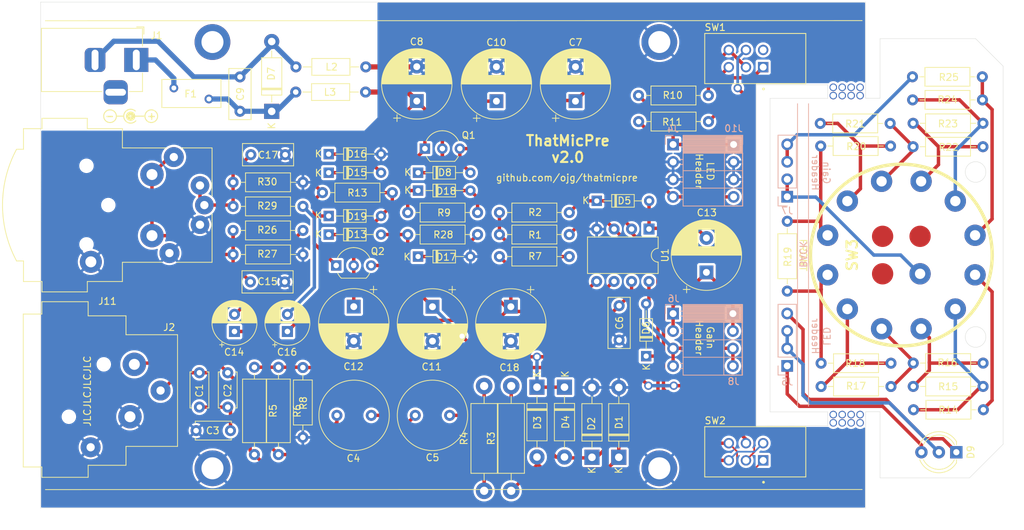
<source format=kicad_pcb>
(kicad_pcb (version 20240108) (generator "pcbnew") (generator_version "8.0")
  (title_block (title "THAT MicPre") (date "2023-03-15") (rev "v2.0") (company "OJG"))
  (layers (0 "F.Cu" signal) (31 "B.Cu" signal) (34 "B.Paste" user) (35 "F.Paste" user) (36 "B.SilkS" user "B.Silkscreen") (37 "F.SilkS" user "F.Silkscreen") (38 "B.Mask" user) (39 "F.Mask" user) (44 "Edge.Cuts" user))
  (net 0 "")
  (net 1 "Net-(C1-Pad1)")
  (net 2 "Net-(C1-Pad2)")
  (net 3 "GND")
  (net 4 "Net-(C4-Pad2)")
  (net 5 "Net-(C5-Pad2)")
  (net 6 "/V48P")
  (net 7 "/VIN")
  (net 8 "Net-(D7-K)")
  (net 9 "Net-(D7-A)")
  (net 10 "Net-(D18-A)")
  (net 11 "Net-(C14-Pad2)")
  (net 12 "Net-(C16-Pad2)")
  (net 13 "Net-(D13-K)")
  (net 14 "Net-(D5-A)")
  (net 15 "Net-(J6-Pin_1)")
  (net 17 "Net-(R1-Pad2)")
  (net 18 "Net-(D1-K)")
  (net 19 "Net-(R14-Pad1)")
  (net 20 "Net-(R14-Pad2)")
  (net 21 "Net-(R15-Pad1)")
  (net 22 "Net-(R16-Pad1)")
  (net 23 "Net-(R17-Pad1)")
  (net 24 "Net-(R18-Pad1)")
  (net 25 "Net-(R19-Pad1)")
  (net 26 "Net-(R20-Pad1)")
  (net 27 "Net-(R21-Pad1)")
  (net 28 "Net-(R22-Pad1)")
  (net 29 "Net-(R23-Pad1)")
  (net 30 "Net-(R24-Pad1)")
  (net 31 "Net-(D2-K)")
  (net 32 "Net-(D5-K)")
  (net 33 "Net-(D6-K)")
  (net 34 "Net-(C17-Pad1)")
  (net 35 "Net-(C14-Pad1)")
  (net 36 "Net-(C2-Pad1)")
  (net 37 "Net-(D6-A)")
  (net 38 "Net-(C15-Pad1)")
  (net 39 "/V18P")
  (net 40 "Net-(D9-A1)")
  (net 41 "Net-(D9-K)")
  (net 42 "Net-(D9-A2)")
  (net 43 "Net-(D15-A)")
  (net 44 "/V35P")
  (net 45 "Net-(J10-Pin_1)")
  (net 46 "Net-(F1-Pad1)")
  (net 47 "Net-(J10-Pin_4)")
  (net 48 "Net-(J7-Pin_1)")
  (net 49 "Net-(J7-Pin_3)")
  (net 50 "Net-(SW1B-B)")
  (net 51 "Net-(SW1A-C)")
  (net 52 "Net-(SW1A-A)")
  (footprint "Resistor_THT:R_Axial_DIN0207_L6.3mm_D2.5mm_P10.16mm_Horizontal" (layer "F.Cu") (at 217.5 67.81128 180)
    (property "Reference" "R24")
    (property "Value" "3R9")
  )
  (footprint "Capacitor_THT:CP_Radial_D10.0mm_P5.00mm" (layer "F.Cu") (at 146.8 68 90)
    (property "Reference" "C10")
    (property "Value" "220u-63V")
  )
  (footprint "Capacitor_THT:C_Rect_L7.2mm_W3.0mm_P5.00mm_FKS2_FKP2_MKS2_MKP2" (layer "F.Cu") (at 164.65 97.75 -90)
    (property "Reference" "C6")
    (property "Value" "100n")
  )
  (footprint "Package_TO_SOT_THT:TO-92_Inline_Wide" (layer "F.Cu") (at 123.5 91.9)
    (property "Reference" "Q2")
    (property "Value" "BC546CTA")
  )
  (footprint "Resistor_THT:R_Axial_DIN0207_L6.3mm_D2.5mm_P10.16mm_Horizontal" (layer "F.Cu") (at 157.4 87.4 180)
    (property "Reference" "R1")
    (property "Value" "1k2-0.1%")
  )
  (footprint "Diode_THT:D_DO-41_SOD81_P10.16mm_Horizontal" (layer "F.Cu") (at 156.7 109.6 -90)
    (property "Reference" "D4")
    (property "Value" "1N4004")
  )
  (footprint "Symbol:Symbol_Barrel_Polarity" (layer "F.Cu") (at 93.6 70.109022)
    (property "Reference" "LOGO4" (hide yes))
    (property "Value" "SYM_Arrow_Normal")
  )
  (footprint "Resistor_THT:R_Axial_DIN0207_L6.3mm_D2.5mm_P10.16mm_Horizontal" (layer "F.Cu") (at 204.13 74.527632 180)
    (property "Reference" "R20")
    (property "Value" "39R")
  )
  (footprint "Inductor_THT:L_Axial_L5.3mm_D2.2mm_P10.16mm_Horizontal_Vishay_IM-1" (layer "F.Cu") (at 127.8 63.014 180)
    (property "Reference" "L2")
    (property "Value" "10u")
  )
  (footprint "Package_DIP:DIP-8_W7.62mm" (layer "F.Cu") (at 169 86.6 -90)
    (property "Reference" "U1")
    (property "Value" "1512P08-U")
  )
  (footprint "Resistor_THT:R_Axial_DIN0207_L6.3mm_D2.5mm_P10.16mm_Horizontal" (layer "F.Cu") (at 207.43 106.098544)
    (property "Reference" "R16")
    (property "Value" "453R")
  )
  (footprint "Resistor_THT:R_Axial_DIN0309_L9.0mm_D3.2mm_P12.70mm_Horizontal" (layer "F.Cu") (at 111.6 106.7 -90)
    (property "Reference" "R5")
    (property "Value" "6k8-0.1%-0.5W")
  )
  (footprint "Capacitor_THT:CP_Radial_D10.0mm_P5.00mm" (layer "F.Cu") (at 137.5 97.9 -90)
    (property "Reference" "C11")
    (property "Value" "220u-63V")
  )
  (footprint "MountingHole:MountingHole_3.2mm_M3_Pad" (layer "F.Cu") (at 105.5 121.4)
    (property "Reference" "H1" (hide yes))
    (property "Value" "M3")
  )
  (footprint "Capacitor_THT:CP_Radial_D6.3mm_P2.50mm" (layer "F.Cu") (at 116.4 101.5 90)
    (property "Reference" "C16")
    (property "Value" "22u-50V")
  )
  (footprint "Resistor_THT:R_Axial_DIN0207_L6.3mm_D2.5mm_P10.16mm_Horizontal" (layer "F.Cu") (at 204.07 71.233096 180)
    (property "Reference" "R21")
    (property "Value" "22R")
  )
  (footprint "Resistor_THT:R_Axial_DIN0411_L9.9mm_D3.6mm_P15.24mm_Horizontal" (layer "F.Cu") (at 145.016 124.674 90)
    (property "Reference" "R4")
    (property "Value" "10R-1W")
  )
  (footprint "Capacitor_THT:C_Disc_D5.0mm_W2.5mm_P5.00mm" (layer "F.Cu") (at 103.6 107.5 -90)
    (property "Reference" "C1")
    (property "Value" "470p")
  )
  (footprint "Symbol:Symbol_CreativeCommons_CopperTop_Type2_Small" (layer "F.Cu") (at 138.35486 121.53094)
    (property "Reference" "LOGO3" (hide yes))
    (property "Value" "Logo_Open_Hardware_Small")
  )
  (footprint "Diode_THT:D_DO-41_SOD81_P10.16mm_Horizontal" (layer "F.Cu") (at 152.7 109.6 -90)
    (property "Reference" "D3")
    (property "Value" "1N4004")
  )
  (footprint "Fuse:Fuse_BelFuse_0ZRE0005FF_L8.3mm_W3.8mm" (layer "F.Cu") (at 99.884 66.084)
    (property "Reference" "F1")
    (property "Value" "0ZRC0015FF1E")
  )
  (footprint "Capacitor_THT:C_Rect_L7.2mm_W3.0mm_P5.00mm_FKS2_FKP2_MKS2_MKP2" (layer "F.Cu") (at 111.016 94.284)
    (property "Reference" "C15")
    (property "Value" "10n")
  )
  (footprint "Symbol:Symbol_CC-Attribution_CopperTop_Small" (layer "F.Cu") (at 124.79486 121.43094)
    (property "Reference" "LOGO2" (hide yes))
    (property "Value" "Logo_Open_Hardware_Small")
  )
  (footprint "Capacitor_THT:C_Rect_L7.2mm_W3.0mm_P5.00mm_FKS2_FKP2_MKS2_MKP2" (layer "F.Cu") (at 109.5 69.468 90)
    (property "Reference" "C9")
    (property "Value" "100n")
  )
  (footprint "Resistor_THT:R_Axial_DIN0411_L9.9mm_D3.6mm_P15.24mm_Horizontal" (layer "F.Cu") (at 148.953 124.674 90)
    (property "Reference" "R3")
    (property "Value" "10R-1W")
  )
  (footprint "my_kicad_footprints:SW_PBH2UEESNPNAGX" (layer "F.Cu") (at 185.6 63.05)
    (property "Reference" "SW1")
    (property "Value" "DPDT")
  )
  (footprint "Capacitor_THT:CP_Radial_D6.3mm_P2.50mm" (layer "F.Cu") (at 108.7 101.5 90)
    (property "Reference" "C14")
    (property "Value" "22u-50V")
  )
  (footprint "Diode_THT:D_DO-34_SOD68_P7.62mm_Horizontal" (layer "F.Cu") (at 135.4 81)
    (property "Reference" "D18")
    (property "Value" "1N4148")
  )
  (footprint "Capacitor_THT:C_Radial_D10.0mm_H16.0mm_P5.00mm" (layer "F.Cu") (at 123.6 113.7)
    (property "Reference" "C4")
    (property "Value" "47u-63V-BP")
  )
  (footprint "Diode_THT:D_DO-34_SOD68_P7.62mm_Horizontal" (layer "F.Cu") (at 122.4 75.7)
    (property "Reference" "D16")
    (property "Value" "16V")
  )
  (footprint "Connector_Audio:Jack_XLR_Neutrik_NC3FBH2_Horizontal" (layer "F.Cu") (at 93.5 113.9 180)
    (property "Reference" "J2")
    (property "Value" "NC3FBH2")
  )
  (footprint "Inductor_THT:L_Axial_L5.3mm_D2.2mm_P10.16mm_Horizontal_Vishay_IM-1" (layer "F.Cu") (at 127.77 66.674 180)
    (property "Reference" "L3")
    (property "Value" "10u")
  )
  (footprint "Resistor_THT:R_Axial_DIN0207_L6.3mm_D2.5mm_P10.16mm_Horizontal" (layer "F.Cu") (at 118.646 106.744 -90)
    (property "Reference" "R8")
    (property "Value" "47k")
  )
  (footprint "Diode_THT:D_DO-41_SOD81_P10.16mm_Horizontal" (layer "F.Cu") (at 164.6 119.8 90)
    (property "Reference" "D1")
    (property "Value" "1N4004")
  )
  (footprint "Diode_THT:D_DO-34_SOD68_P7.62mm_Horizontal" (layer "F.Cu") (at 168.584 105.084 90)
    (property "Reference" "D6")
    (property "Value" "1N4148")
  )
  (footprint "Diode_THT:D_DO-41_SOD81_P10.16mm_Horizontal" (layer "F.Cu") (at 114.116 69.484 90)
    (property "Reference" "D7")
    (property "Value" "1N4004")
  )
  (footprint "Resistor_THT:R_Axial_DIN0207_L6.3mm_D2.5mm_P10.16mm_Horizontal" (layer "F.Cu") (at 207.43 109.491272)
    (property "Reference" "R15")
    (property "Value" "909R")
  )
  (footprint "Diode_THT:D_DO-34_SOD68_P7.62mm_Horizontal" (layer "F.Cu") (at 135.4 90.6)
    (property "Reference" "D17")
    (property "Value" "16V")
  )
  (footprint "Resistor_THT:R_Axial_DIN0207_L6.3mm_D2.5mm_P10.16mm_Horizontal" (layer "F.Cu") (at 133.9 84.2)
    (property "Reference" "R9")
    (property "Value" "10k")
  )
  (footprint "Capacitor_THT:C_Radial_D10.0mm_H16.0mm_P5.00mm" (layer "F.Cu") (at 135 113.7)
    (property "Reference" "C5")
    (property "Value" "47u-63V-BP")
  )
  (footprint "Resistor_THT:R_Axial_DIN0207_L6.3mm_D2.5mm_P10.16mm_Horizontal" (layer "F.Cu") (at 177.632 67.17 180)
    (property "Reference" "R10")
    (property "Value" "22k")
  )
  (footprint "Package_TO_SOT_THT:TO-92_Inline_Wide" (layer "F.Cu") (at 136.4 74.9)
    (property "Reference" "Q1")
    (property "Value" "BC546CTA")
  )
  (footprint "Connector_Audio:Jack_XLR-6.35mm_Neutrik_NCJ6FA-H_Horizontal" (layer "F.Cu") (at 99.24 90.1 180)
    (property "Reference" "J11")
    (property "Value" "NCJ6FA-H")
  )
  (footprint "Resistor_THT:R_Axial_DIN0309_L9.0mm_D3.2mm_P12.70mm_Horizontal" (layer "F.Cu") (at 115.1 106.7 -90)
    (property "Reference" "R6")
    (property "Value" "6k8-0.1%-0.5W")
  )
  (footprint "Resistor_THT:R_Axial_DIN0207_L6.3mm_D2.5mm_P10.16mm_Horizontal" (layer "F.Cu") (at 194.03 109.505816)
    (property "Reference" "R17")
    (property "Value" "237R")
  )
  (footprint "Capacitor_THT:CP_Radial_D10.0mm_P5.00mm" (layer "F.Cu") (at 158.3 68 90)
    (property "Reference" "C7")
    (property "Value" "220u-63V")
  )
  (footprint "Resistor_THT:R_Axial_DIN0207_L6.3mm_D2.5mm_P10.16mm_Horizontal" (layer "F.Cu") (at 108.5 79.8)
    (property "Reference" "R30")
    (property "Value" "47k")
  )
  (footprint "Resistor_THT:R_Axial_DIN0207_L6.3mm_D2.5mm_P10.16mm_Horizontal" (layer "F.Cu") (at 121.5 81.3)
    (property "Reference" "R13")
    (property "Value" "10k")
  )
  (footprint "Resistor_THT:R_Axial_DIN0207_L6.3mm_D2.5mm_P10.16mm_Horizontal" (layer "F.Cu") (at 177.65 70.968 180)
    (property "Reference" "R11")
    (property "Value" "22k")
  )
  (footprint "Resistor_THT:R_Axial_DIN0207_L6.3mm_D2.5mm_P10.16mm_Horizontal" (layer "F.Cu") (at 189.10964 85.468 -90)
    (property "Reference" "R19")
    (property "Value" "71R")
  )
  (footprint "Diode_THT:D_DO-34_SOD68_P7.62mm_Horizontal" (layer "F.Cu") (at 122.4 84.7)
    (property "Reference" "D19")
    (property "Value" "1N4148")
  )
  (footprint "Resistor_THT:R_Axial_DIN0207_L6.3mm_D2.5mm_P10.16mm_Horizontal" (layer "F.Cu") (at 194.03 106.113088)
    (property "Reference" "R18")
    (property "Value" "127R")
  )
  (footprint "MountingHole:MountingHole_3.2mm_M3_Pad" (layer "F.Cu") (at 170.5 59.4)
    (property "Reference" "H1" (hide yes))
    (property "Value" "M3")
  )
  (footprint "Resistor_THT:R_Axial_DIN0207_L6.3mm_D2.5mm_P10.16mm_Horizontal" (layer "F.Cu") (at 133.9 87.4)
    (property "Reference" "R28")
    (property "Value" "4k7")
  )
  (footprint "Capacitor_THT:CP_Radial_D10.0mm_P5.00mm" (layer "F.Cu") (at 135.216 67.984 90)
    (property "Reference" "C8")
    (property "Value" "220u-63V")
  )
  (footprint "my_kicad_footprints:SW_PBH2UEESNPNAGX" (layer "F.Cu") (at 185.6 120.25)
    (property "Reference" "SW2")
    (property "Value" "DPDT")
  )
  (footprint "my_kicad_footprints:LORINCK1049" (layer "F.Cu") (at 205.7 90.384 90)
    (property "Reference" "SW3")
    (property "Value" "SR2612F-0112-38F5B-D8-S" (hide yes))
  )
  (footprint "Symbol:OSHW-Symbol_6.7x6mm_Copper" (layer "F.Cu") (at 131.640609 121.444845)
    (property "Reference" "LOGO1" (hide yes))
    (property "Value" "Logo_Open_Hardware_Small" (hide yes))
  )
  (footprint "Diode_THT:D_DO-34_SOD68_P7.62mm_Horizontal" (layer "F.Cu") (at 122.4 78.4)
    (property "Reference" "D15")
    (property "Value" "16V")
  )
  (footprint "Resistor_THT:R_Axial_DIN0207_L6.3mm_D2.5mm_P10.16mm_Horizontal" (layer "F.Cu") (at 207.47 112.884)
    (property "Reference" "R14")
    (property "Value" "8K06")
  )
  (footprint "Capacitor_THT:C_Disc_D5.0mm_W2.5mm_P5.00mm" (layer "F.Cu") (at 107.72 107.5 -90)
    (property "Reference" "C2")
    (property "Value" "470p")
  )
  (footprint "Capacitor_THT:C_Rect_L7.2mm_W3.0mm_P5.00mm_FKS2_FKP2_MKS2_MKP2" (layer "F.Cu") (at 111.084 75.784)
    (property "Reference" "C17")
    (property "Value" "10n")
  )
  (footprint "Resistor_THT:R_Axial_DIN0207_L6.3mm_D2.5mm_P10.16mm_Horizontal" (layer "F.Cu") (at 157.4 84.2 180)
    (property "Reference" "R2")
    (property "Value" "1k2-0.1%")
  )
  (footprint "Capacitor_THT:CP_Radial_D10.0mm_P5.00mm" (layer "F.Cu") (at 177.345354 92.9 90)
    (property "Reference" "C13")
    (property "Value" "3300u-6V3")
  )
  (footprint "Resistor_THT:R_Axial_DIN0207_L6.3mm_D2.5mm_P10.16mm_Horizontal" (layer "F.Cu") (at 157.4 90.6 180)
    (property "Reference" "R7")
    (property "Value" "22k")
  )
  (footprint "Resistor_THT:R_Axial_DIN0207_L6.3mm_D2.5mm_P10.16mm_Horizontal" (layer "F.Cu") (at 217.48 64.454 180)
    (property "Reference" "R25")
    (property "Value" "4R99")
  )
  (footprint "Diode_THT:D_DO-34_SOD68_P7.62mm_Horizontal" (layer "F.Cu") (at 135.4 78.4)
    (property "Reference" "D8")
    (property "Value" "1N4148")
  )
  (footprint "Resistor_THT:R_Axial_DIN0207_L6.3mm_D2.5mm_P10.16mm_Horizontal" (layer "F.Cu") (at 108.5 90.3)
    (property "Reference" "R27")
    (property "Value" "47k")
  )
  (footprint "Connector_BarrelJack:BarrelJack_Horizontal" (layer "F.Cu") (at 94.42 62.005)
    (property "Reference" "J1")
    (property "Value" "CON-SOCJ-2155")
  )
  (footprint "Diode_THT:D_DO-41_SOD81_P10.16mm_Horizontal" (layer "F.Cu") (at 160.7 119.8 90)
    (property "Reference" "D2")
    (property "Value" "1N4004")
  )
  (footprint "Resistor_THT:R_Axial_DIN0207_L6.3mm_D2.5mm_P10.16mm_Horizontal" (layer "F.Cu") (at 108.5 86.8)
    (property "Reference" "R26")
    (property "Value" "100R")
  )
  (footprint "Resistor_THT:R_Axial_DIN0207_L6.3mm_D2.5mm_P10.16mm_Horizontal" (layer "F.Cu") (at 108.5 83.3)
    (property "Reference" "R29")
    (property "Value" "100R")
  )
  (footprint "Resistor_THT:R_Axial_DIN0207_L6.3mm_D2.5mm_P10.16mm_Horizontal" (layer "F.Cu") (at 217.57 74.625824 180)
    (property "Reference" "R22")
    (property "Value" "12R4")
  )
  (footprint "Resistor_THT:R_Axial_DIN0207_L6.3mm_D2.5mm_P10.16mm_Horizontal" (layer "F.Cu") (at 217.57 71.218552 180)
    (property "Reference" "R23")
    (property "Value" "6R81")
  )
  (footprint "MountingHole:MountingHole_3.2mm_M3_Pad" (layer "F.Cu") (at 170.5 121.4)
    (property "Reference" "H1" (hide yes))
    (property "Value" "M3")
  )
  (footprint "Diode_THT:D_DO-34_SOD68_P7.62mm_Horizontal" (layer "F.Cu") (at 161.4 82.5)
    (property "Reference" "D5")
    (property "Value" "1N4148")
  )
  (footprint "LED_THT:LED_D5.0mm-3" (layer "F.Cu") (at 213.7 119.06 180)
    (property "Reference" "D9")
    (property "Value" "LED_Dual_AKA")
  )
  (footprint "Diode_THT:D_DO-34_SOD68_P7.62mm_Horizontal" (layer "F.Cu") (at 122.4 87.4)
    (property "Reference" "D13")
    (property "Value" "1N4148")
  )
  (footprint "MountingHole:MountingHole_3.2mm_M3_Pad" (layer "F.Cu") (at 105.5 59.4)
    (property "Reference" "H1" (hide yes))
    (property "Value" "M3")
  )
  (footprint "Capacitor_THT:CP_Radial_D10.0mm_P5.00mm" (layer "F.Cu") (at 126.05 97.884646 -90)
    (property "Reference" "C12")
    (property "Value" "220u-63V")
  )
  (footprint "Capacitor_THT:C_Disc_D5.0mm_W2.5mm_P5.00mm" (layer "F.Cu") (at 108.12 115.92 180)
    (property "Reference" "C3")
    (property "Value" "47p")
  )
  (footprint "Capacitor_THT:CP_Radial_D10.0mm_P5.00mm" (layer "F.Cu") (at 148.9 97.9 -90)
    (property "Reference" "C18")
    (property "Value" "220u-63V")
  )
  (footprint "Connector_PinSocket_2.54mm:PinSocket_1x04_P2.54mm_Horizontal" (layer "B.Cu") (at 172.5 98.9 180)
    (property "Reference" "J6")
    (property "Value" "Female header")
  )
  (footprint "Connector_PinHeader_2.54mm:PinHeader_1x04_P2.54mm_Vertical" (layer "B.Cu") (at 181.2 98.9 180)
    (property "Reference" "J8")
    (property "Value" "Angled pinheader")
  )
  (footprint "Connector_PinHeader_2.54mm:PinHeader_1x04_P2.54mm_Vertical" (layer "B.Cu") (at 189.1 106.5)
    (property "Reference" "J5")
    (property "Value" "Male pinheader")
  )
  (footprint "Connector_PinHeader_2.54mm:PinHeader_1x04_P2.54mm_Vertical" (layer "B.Cu") (at 181.3 74.3 180)
    (property "Reference" "J10")
    (property "Value" "Angled pinheader")
  )
  (footprint "Connector_PinSocket_2.54mm:PinSocket_1x04_P2.54mm_Horizontal" (layer "B.Cu") (at 172.5 74.3 180)
    (property "Reference" "J4")
    (property "Value" "Female header")
  )
  (footprint "Connector_PinHeader_2.54mm:PinHeader_1x04_P2.54mm_Vertical" (layer "B.Cu") (at 189.1 81.9)
    (property "Reference" "J7")
    (property "Value" "Male pinheader")
  )
  (gr_line (start 190.6 68.368) (end 190.6 89.768) (stroke (width 0.12)) (layer "B.SilkS"))
  (gr_line (start 190.6 89.768) (end 190.6 112.368) (stroke (width 0.12)) (layer "B.SilkS"))
  (gr_line (start 192.2 112.368) (end 192.2 68.368) (stroke (width 0.12)) (layer "B.SilkS"))
  (gr_line (start 81.2 56.3) (end 200 56.284) (stroke (width 0.12)) (layer "F.SilkS"))
  (gr_line (start 81.2 124.5) (end 200 124.484) (stroke (width 0.12)) (layer "F.SilkS"))
  (gr_line (start 80.5 53.584) (end 80.5 127.184) (stroke (width 0.05)) (layer "Edge.Cuts"))
  (gr_line (start 200.5 127.184) (end 80.5 127.184) (stroke (width 0.05)) (layer "Edge.Cuts"))
  (gr_line (start 200.5 53.584) (end 80.5 53.584) (stroke (width 0.05)) (layer "Edge.Cuts"))
  (gr_line (start 202.6 122.8) (end 215.6 122.8) (stroke (width 0.05)) (layer "Edge.Cuts"))
  (gr_line (start 216.5 58.9) (end 202.6 58.9) (stroke (width 0.05)) (layer "Edge.Cuts"))
  (gr_line (start 186.6 113.2) (end 186.6 67.6) (stroke (width 0.05)) (layer "Edge.Cuts"))
  (gr_line (start 195 67.6) (end 195 65.6) (stroke (width 0.05)) (layer "Edge.Cuts"))
  (gr_line (start 200.5 67.584) (end 200.5 53.584) (stroke (width 0.05)) (layer "Edge.Cuts"))
  (gr_line (start 195 67.6) (end 186.6 67.6) (stroke (width 0.05)) (layer "Edge.Cuts"))
  (gr_line (start 216.5 58.9) (end 220.5 62.9) (stroke (width 0.05)) (layer "Edge.Cuts"))
  (gr_line (start 200.5 67.584) (end 202.6 67.584) (stroke (width 0.05)) (layer "Edge.Cuts"))
  (gr_line (start 200.5 127.184) (end 200.5 113.184) (stroke (width 0.05)) (layer "Edge.Cuts"))
  (gr_line (start 184.6 115.184) (end 195 115.2) (stroke (width 0.05)) (layer "Edge.Cuts"))
  (gr_line (start 184.6 65.6) (end 195 65.6) (stroke (width 0.05)) (layer "Edge.Cuts"))
  (gr_line (start 195 115.2) (end 195 113.2) (stroke (width 0.05)) (layer "Edge.Cuts"))
  (gr_line (start 202.6 67.584) (end 202.6 58.9) (stroke (width 0.05)) (layer "Edge.Cuts"))
  (gr_circle (center 216.5 102.3) (end 216.5 100.8) (stroke (width 0.05)) (fill none) (layer "Edge.Cuts"))
  (gr_line (start 220.5 117.9) (end 220.5 62.9) (stroke (width 0.05)) (layer "Edge.Cuts"))
  (gr_line (start 184.6 65.6) (end 184.6 115.184) (stroke (width 0.05)) (layer "Edge.Cuts"))
  (gr_line (start 220.5 117.9) (end 215.6 122.8) (stroke (width 0.05)) (layer "Edge.Cuts"))
  (gr_circle (center 216.5 78.3) (end 216.5 79.8) (stroke (width 0.05)) (fill none) (layer "Edge.Cuts"))
  (gr_line (start 202.6 113.184) (end 202.6 122.8) (stroke (width 0.05)) (layer "Edge.Cuts"))
  (gr_line (start 202.6 113.184) (end 200.5 113.184) (stroke (width 0.05)) (layer "Edge.Cuts"))
  (gr_line (start 195 113.2) (end 186.6 113.2) (stroke (width 0.05)) (layer "Edge.Cuts"))
  (gr_text "LED\nHeader" (at 194 102.2 270) (layer "B.SilkS") (effects (font (size 1 1)) (justify mirror)))
  (gr_text "BACK" (at 191.4 90.284 270) (layer "B.SilkS") (effects (font (size 1 1)) (justify mirror)))
  (gr_text "Gain\nHeader" (at 194 78.4 270) (layer "B.SilkS") (effects (font (size 1 1)) (justify mirror)))
  (gr_text "FRONT" (at 191.4 90.384 270) (layer "F.SilkS") (effects (font (size 1 1))))
  (gr_text "JLCJLCJLCJLC" (at 87.3 110.184 -270) (layer "F.SilkS") (effects (font (size 1 1))))
  (gr_text "github.com/ojg/thatmicpre" (at 157.064 79.141 0) (layer "F.SilkS") (effects (font (size 1 1))))
  (gr_text "-" (at 90.552 70.155 0) (layer "F.SilkS") (effects (font (size 1 1) (thickness 0.2))))
  (gr_text "ThatMicPre\nv2.0" (at 157.191 74.958 0) (layer "F.SilkS") (effects (font (size 1.5 1.5) (thickness 0.3))))
  (gr_text "Gain\nHeader" (at 177.1 102.4 270) (layer "F.SilkS") (effects (font (size 1 1))))
  (gr_text "+" (at 96.648 70.155 0) (layer "F.SilkS") (effects (font (size 1 1) (thickness 0.2))))
  (gr_text "LED\nHeader" (at 177.1 78.2 270) (layer "F.SilkS") (effects (font (size 1 1))))
  (via (at 195.8 114.784) (size 1.1) (drill 0.8) (layers "F.Cu" "B.Cu") (net 0))
  (via (at 199.7 113.584) (size 1.1) (drill 0.8) (layers "F.Cu" "B.Cu") (net 0))
  (via (at 198.4 113.584) (size 1.1) (drill 0.8) (layers "F.Cu" "B.Cu") (net 0))
  (via (at 199.7 67.184) (size 1.1) (drill 0.8) (layers "F.Cu" "B.Cu") (net 0))
  (via (at 199.7 65.984) (size 1.1) (drill 0.8) (layers "F.Cu" "B.Cu") (net 0))
  (via (at 195.8 67.184) (size 1.1) (drill 0.8) (layers "F.Cu" "B.Cu") (net 0))
  (via (at 197.1 113.584) (size 1.1) (drill 0.8) (layers "F.Cu" "B.Cu") (net 0))
  (via (at 198.4 114.784) (size 1.1) (drill 0.8) (layers "F.Cu" "B.Cu") (net 0))
  (via (at 199.7 114.784) (size 1.1) (drill 0.8) (layers "F.Cu" "B.Cu") (net 0))
  (via (at 195.8 65.984) (size 1.1) (drill 0.8) (layers "F.Cu" "B.Cu") (net 0))
  (via (at 198.4 67.184) (size 1.1) (drill 0.8) (layers "F.Cu" "B.Cu") (net 0))
  (via (at 195.8 113.584) (size 1.1) (drill 0.8) (layers "F.Cu" "B.Cu") (net 0))
  (via (at 197.1 67.184) (size 1.1) (drill 0.8) (layers "F.Cu" "B.Cu") (net 0))
  (via (at 197.1 65.984) (size 1.1) (drill 0.8) (layers "F.Cu" "B.Cu") (net 0))
  (via (at 198.4 65.984) (size 1.1) (drill 0.8) (layers "F.Cu" "B.Cu") (net 0))
  (via (at 197.1 114.784) (size 1.1) (drill 0.8) (layers "F.Cu" "B.Cu") (net 0))
  (segment (start 135 113.7) (end 133.516 115.184) (width 0.5) (layer "F.Cu") (net 1))
  (segment (start 105.616 107.5) (end 103.6 107.5) (width 0.5) (layer "F.Cu") (net 1))
  (segment (start 125.169 115.184) (end 118.990384 121.362616) (width 0.5) (layer "F.Cu") (net 1))
  (segment (start 100.74 107.5) (end 97.95 110.29) (width 0.5) (layer "F.Cu") (net 1))
  (segment (start 118.990384 121.362616) (end 113.562616 121.362616) (width 0.5) (layer "F.Cu") (net 1))
  (segment (start 110.98 118.78) (end 110.98 112.864) (width 0.5) (layer "F.Cu") (net 1))
  (segment (start 110.98 112.864) (end 105.616 107.5) (width 0.5) (layer "F.Cu") (net 1))
  (segment (start 103.6 107.5) (end 100.74 107.5) (width 0.5) (layer "F.Cu") (net 1))
  (segment (start 113.562616 121.362616) (end 110.98 118.78) (width 0.5) (layer "F.Cu") (net 1))
  (segment (start 133.516 115.184) (end 125.169 115.184) (width 0.5) (layer "F.Cu") (net 1))
  (segment (start 108.12 115.92) (end 108.12 112.9) (width 0.5) (layer "F.Cu") (net 2))
  (segment (start 107.72 112.5) (end 103.6 112.5) (width 0.5) (layer "F.Cu") (net 2))
  (segment (start 108.12 112.9) (end 107.72 112.5) (width 0.5) (layer "F.Cu") (net 2))
  (segment (start 135.186 63.014) (end 135.216 62.984) (width 0.75) (layer "F.Cu") (net 3))
  (segment (start 127.8 63.014) (end 135.186 63.014) (width 0.75) (layer "F.Cu") (net 3))
  (segment (start 137.056 62.984) (end 135.216 62.984) (width 0.75) (layer "B.Cu") (net 3))
  (segment (start 137.086 63.014) (end 137.056 62.984) (width 0.75) (layer "B.Cu") (net 3))
  (segment (start 134.348 111.593) (end 135.999 111.593) (width 0.5) (layer "F.Cu") (net 4))
  (segment (start 137.523 113.117) (end 137.523 115.784) (width 0.5) (layer "F.Cu") (net 4))
  (segment (start 135.999 111.593) (end 137.523 113.117) (width 0.5) (layer "F.Cu") (net 4))
  (segment (start 137.523 115.784) (end 138.92 117.181) (width 0.5) (layer "F.Cu") (net 4))
  (segment (start 148.953 111.339) (end 148.953 109.434) (width 0.5) (layer "F.Cu") (net 4))
  (segment (start 128.6 113.7) (end 132.241 113.7) (width 0.5) (layer "F.Cu") (net 4))
  (segment (start 132.241 113.7) (end 134.348 111.593) (width 0.5) (layer "F.Cu") (net 4))
  (segment (start 138.92 117.181) (end 143.111 117.181) (width 0.5) (layer "F.Cu") (net 4))
  (segment (start 148.99 109.54) (end 148.99 109.651) (width 0.5) (layer "F.Cu") (net 4))
  (segment (start 143.111 117.181) (end 148.953 111.339) (width 0.5) (layer "F.Cu") (net 4))
  (segment (start 145.3 109.54) (end 144.91 109.54) (width 0.5) (layer "F.Cu") (net 5))
  (segment (start 145.016 111.131056) (end 142.447056 113.7) (width 0.5) (layer "F.Cu") (net 5))
  (segment (start 145.016 109.434) (end 145.016 111.131056) (width 0.5) (layer "F.Cu") (net 5))
  (segment (start 142.447056 113.7) (end 140 113.7) (width 0.5) (layer "F.Cu") (net 5))
  (segment (start 183.1 63.05) (end 180.6 60.55) (width 0.5) (layer "F.Cu") (net 6))
  (segment (start 158.2 67.9) (end 158.3 68) (width 0.5) (layer "F.Cu") (net 6))
  (segment (start 145.2 74.9) (end 152.2 67.9) (width 0.5) (layer "F.Cu") (net 6))
  (segment (start 176.85 64.3) (end 162 64.3) (width 0.5) (layer "F.Cu") (net 6))
  (segment (start 141.48 76.86) (end 143.02 78.4) (width 0.5) (layer "F.Cu") (net 6))
  (segment (start 141.48 74.9) (end 145.2 74.9) (width 0.5) (layer "F.Cu") (net 6))
  (segment (start 141.48 74.9) (end 141.48 76.86) (width 0.5) (layer "F.Cu") (net 6))
  (segment (start 152.2 67.9) (end 158.2 67.9) (width 0.5) (layer "F.Cu") (net 6))
  (segment (start 162 64.3) (end 158.3 68) (width 0.5) (layer "F.Cu") (net 6))
  (segment (start 180.6 60.55) (end 176.85 64.3) (width 0.5) (layer "F.Cu") (net 6))
  (segment (start 120.3 82.4) (end 121.4 81.3) (width 0.5) (layer "F.Cu") (net 7))
  (segment (start 134 80.984) (end 133.9 80.884) (width 0.5) (layer "F.Cu") (net 7))
  (segment (start 136.4 74.9) (end 136.4 69.168) (width 0.5) (layer "F.Cu") (net 7))
  (segment (start 123.5 91.9) (end 120.3 88.7) (width 0.5) (layer "F.Cu") (net 7))
  (segment (start 133.906 66.674) (end 135.216 67.984) (width 0.75) (layer "F.Cu") (net 7))
  (segment (start 121.4 81.3) (end 121.5 81.3) (width 0.5) (layer "F.Cu") (net 7))
  (segment (start 129.616 73.584) (end 135.216 67.984) (width 0.5) (layer "F.Cu") (net 7))
  (segment (start 134.016 81) (end 134 80.984) (width 0.5) (layer "F.Cu") (net 7))
  (segment (start 133.9 81.084) (end 134 80.984) (width 0.5) (layer "F.Cu") (net 7))
  (segment (start 120.3 84.7) (end 120.3 82.4) (width 0.5) (layer "F.Cu") (net 7))
  (segment (start 135.4 81) (end 134.016 81) (width 0.5) (layer "F.Cu") (net 7))
  (segment (start 122.4 84.7) (end 120.3 84.7) (width 0.5) (layer "F.Cu") (net 7))
  (segment (start 120.3 80.1) (end 120.3 74.834) (width 0.5) (layer "F.Cu") (net 7))
  (segment (start 127.77 66.674) (end 133.906 66.674) (width 0.75) (layer "F.Cu") (net 7))
  (segment (start 121.55 73.584) (end 129.616 73.584) (width 0.5) (layer "F.Cu") (net 7))
  (segment (start 133.9 77.5) (end 136.4 75) (width 0.5) (layer "F.Cu") (net 7))
  (segment (start 133.9 84.2) (end 133.9 81.084) (width 0.5) (layer "F.Cu") (net 7))
  (segment (start 136.4 69.168) (end 135.216 67.984) (width 0.5) (layer "F.Cu") (net 7))
  (segment (start 133.9 80.884) (end 133.9 77.5) (width 0.5) (layer "F.Cu") (net 7))
  (segment (start 136.4 75) (end 136.4 74.9) (width 0.5) (layer "F.Cu") (net 7))
  (segment (start 120.3 74.834) (end 121.55 73.584) (width 0.5) (layer "F.Cu") (net 7))
  (segment (start 120.3 88.7) (end 120.3 82.4) (width 0.5) (layer "F.Cu") (net 7))
  (segment (start 121.5 81.3) (end 120.3 80.1) (width 0.5) (layer "F.Cu") (net 7))
  (segment (start 104.984 67.684) (end 107.716 67.684) (width 0.75) (layer "B.Cu") (net 8))
  (segment (start 107.716 67.684) (end 109.5 69.468) (width 0.75) (layer "B.Cu") (net 8))
  (segment (start 114.8 69.484) (end 117.61 66.674) (width 0.75) (layer "B.Cu") (net 8))
  (segment (start 114.116 69.484) (end 114.8 69.484) (width 0.75) (layer "B.Cu") (net 8))
  (segment (start 109.5 69.468) (end 114.1 69.468) (width 0.75) (layer "B.Cu") (net 8))
  (segment (start 114.1 69.468) (end 114.116 69.484) (width 0.75) (layer "B.Cu") (net 8))
  (segment (start 114.116 59.324) (end 114.116 59.852) (width 0.75) (layer "B.Cu") (net 9))
  (segment (start 117.64 63.014) (end 114.116 59.49) (width 0.75) (layer "B.Cu") (net 9))
  (segment (start 114.116 59.852) (end 109.5 64.468) (width 0.75) (layer "B.Cu") (net 9))
  (segment (start 109.5 64.468) (end 102.768 64.468) (width 0.75) (layer "B.Cu") (net 9))
  (segment (start 91.141 59.284) (end 88.42 62.005) (width 0.75) (layer "B.Cu") (net 9))
  (segment (start 114.116 59.49) (end 114.116 59.324) (width 0.75) (layer "B.Cu") (net 9))
  (segment (start 102.768 64.468) (end 97.584 59.284) (width 0.75) (layer "B.Cu") (net 9))
  (segment (start 97.584 59.284) (end 91.141 59.284) (width 0.75) (layer "B.Cu") (net 9))
  (segment (start 138.94 73.76) (end 144.7 68) (width 0.5) (layer "F.Cu") (net 10))
  (segment (start 138.94 78.424) (end 138.94 74.9) (width 0.5) (layer "F.Cu") (net 10))
  (segment (start 144.06 82.04) (end 143.02 81) (width 0.5) (layer "F.Cu") (net 10))
  (segment (start 143.02 81) (end 141.516 81) (width 0.5) (layer "F.Cu") (net 10))
  (segment (start 138.94 74.9) (end 138.94 73.76) (width 0.5) (layer "F.Cu") (net 10))
  (segment (start 144.06 84.2) (end 144.06 82.04) (width 0.5) (layer "F.Cu") (net 10))
  (segment (start 144.7 68) (end 146.8 68) (width 0.5) (layer "F.Cu") (net 10))
  (segment (start 135.4 78.4) (end 138.94 78.4) (width 0.5) (layer "F.Cu") (net 10))
  (segment (start 138.94 78.4) (end 138.94 74.9) (width 0.5) (layer "F.Cu") (net 10))
  (segment (start 141.516 81) (end 138.94 78.424) (width 0.5) (layer "F.Cu") (net 10))
  (segment (start 113.5 91.96) (end 113.5 94.3) (width 0.5) (layer "F.Cu") (net 11))
  (segment (start 113.5 94.3) (end 108.8 99) (width 0.5) (layer "F.Cu") (net 11))
  (segment (start 108.8 99) (end 108.7 99) (width 0.5) (layer "F.Cu") (net 11))
  (segment (start 118.66 86.8) (end 113.5 91.96) (width 0.5) (layer "F.Cu") (net 11))
  (segment (start 118.66 83.3) (end 120.32 84.96) (width 0.5) (layer "B.Cu") (net 12))
  (segment (start 120.32 95.08) (end 116.4 99) (width 0.5) (layer "B.Cu") (net 12))
  (segment (start 120.32 84.96) (end 120.32 95.08) (width 0.5) (layer "B.Cu") (net 12))
  (segment (start 127.42 78.4) (end 130.32 81.3) (width 0.5) (layer "F.Cu") (net 13))
  (segment (start 126.04 88.624) (end 124.816 87.4) (width 0.5) (layer "F.Cu") (net 13))
  (segment (start 126.04 91.9) (end 126.04 88.624) (width 0.5) (layer "F.Cu") (net 13))
  (segment (start 130.32 81.3) (end 131.66 81.3) (width 0.5) (layer "F.Cu") (net 13))
  (segment (start 126.04 91.9) (end 126.04 88.68) (width 0.5) (layer "F.Cu") (net 13))
  (segment (start 122.4 78.4) (end 127.42 78.4) (width 0.5) (layer "F.Cu") (net 13))
  (segment (start 126.05 91.91) (end 126.04 91.9) (width 0.5) (layer "F.Cu") (net 13))
  (segment (start 124.816 87.4) (end 122.4 87.4) (width 0.5) (layer "F.Cu") (net 13))
  (segment (start 126.04 88.68) (end 130.02 84.7) (width 0.5) (layer "F.Cu") (net 13))
  (segment (start 131.66 81.3) (end 131.66 83.06) (width 0.5) (layer "F.Cu") (net 13))
  (segment (start 126.05 97.884646) (end 126.05 91.91) (width 0.5) (layer "F.Cu") (net 13))
  (segment (start 131.66 83.06) (end 130.02 84.7) (width 0.5) (layer "F.Cu") (net 13))
  (segment (start 169 86.6) (end 169 82.52) (width 0.5) (layer "F.Cu") (net 14))
  (segment (start 169 82.52) (end 169.02 82.5) (width 0.5) (layer "F.Cu") (net 14))
  (segment (start 175.945354 86.5) (end 169.1 86.5) (width 0.5) (layer "F.Cu") (net 14))
  (segment (start 169.1 86.5) (end 169 86.6) (width 0.5) (layer "F.Cu") (net 14))
  (segment (start 177.345354 87.9) (end 175.945354 86.5) (width 0.5) (layer "F.Cu") (net 14))
  (segment (start 172.5 97.745354) (end 177.245354 93) (width 0.5) (layer "F.Cu") (net 15))
  (segment (start 181.2 101.404) (end 181.2 96.754646) (width 0.5) (layer "F.Cu") (net 15))
  (segment (start 177.645354 93) (end 177.445354 93) (width 0.5) (layer "F.Cu") (net 15))
  (segment (start 177.445354 93) (end 177.345354 92.9) (width 0.5) (layer "F.Cu") (net 15))
  (segment (start 181.2 96.754646) (end 177.345354 92.9) (width 0.5) (layer "F.Cu") (net 15))
  (segment (start 172.5 101.39) (end 172.5 97.745354) (width 0.5) (layer "F.Cu") (net 15))
  (segment (start 177.245354 93) (end 177.645354 93) (width 0.5) (layer "F.Cu") (net 15))
  (segment (start 147.24 87.4) (end 147.24 84.2) (width 0.5) (layer "F.Cu") (net 17))
  (segment (start 150.44 90.6) (end 147.24 87.4) (width 0.5) (layer "F.Cu") (net 17))
  (segment (start 157.4 90.6) (end 150.44 90.6) (width 0.5) (layer "F.Cu") (net 17))
  (segment (start 165.7 117.184) (end 164.6 118.284) (width 0.5) (layer "F.Cu") (net 18))
  (segment (start 152.7 119.76) (end 152.7 120.927) (width 0.5) (layer "F.Cu") (net 18))
  (segment (start 178.6 120.25) (end 175.534 117.184) (width 0.5) (layer "F.Cu") (net 18))
  (segment (start 175.534 117.184) (end 165.7 117.184) (width 0.5) (layer "F.Cu") (net 18))
  (segment (start 162.916 121.484) (end 153.51 121.484) (width 0.5) (layer "F.Cu") (net 18))
  (segment (start 164.6 118.284) (end 164.6 119.8) (width 0.5) (layer "F.Cu") (net 18))
  (segment (start 178.6 120.25) (end 180.6 120.25) (width 0.5) (layer "F.Cu") (net 18))
  (segment (start 164.6 119.8) (end 162.916 121.484) (width 0.5) (layer "F.Cu") (net 18))
  (segment (start 153.51 121.484) (end 152.7 120.674) (width 0.5) (layer "F.Cu") (net 18))
  (segment (start 152.7 120.927) (end 148.953 124.674) (width 0.5) (layer "F.Cu") (net 18))
  (segment (start 152.7 120.674) (end 152.7 119.76) (width 0.5) (layer "F.Cu") (net 18))
  (segment (start 185.6 117.75) (end 184.365722 118.984278) (width 0.25) (layer "B.Cu") (net 18))
  (segment (start 184.365722 118.984278) (end 181.865722 118.984278) (width 0.25) (layer "B.Cu") (net 18))
  (segment (start 181.865722 118.984278) (end 180.6 120.25) (width 0.25) (layer "B.Cu") (net 18))
  (segment (start 217.59 109.491272) (end 217.535456 109.491272) (width 0.5) (layer "F.Cu") (net 19))
  (segment (start 217.29 109.491272) (end 217.59 109.491272) (width 0.5) (layer "F.Cu") (net 19))
  (segment (start 213.897272 112.884) (end 217.29 109.491272) (width 0.5) (layer "F.Cu") (net 19))
  (segment (start 207.47 112.884) (end 213.897272 112.884) (width 0.5) (layer "F.Cu") (net 19))
  (segment (start 217.59 109.491272) (end 213.55114 105.452412) (width 0.5) (layer "B.Cu") (net 19))
  (segment (start 213.55114 105.452412) (end 213.55114 98.23514) (width 0.5) (layer "B.Cu") (net 19))
  (segment (start 218.9 111.514) (end 217.63 112.784) (width 0.5) (layer "F.Cu") (net 20))
  (segment (start 216.42388 93.35928) (end 216.52388 93.35928) (width 0.5) (layer "F.Cu") (net 20))
  (segment (start 218.9 95.7354) (end 218.9 111.514) (width 0.5) (layer "F.Cu") (net 20))
  (segment (start 217.63 112.784) (end 217.63 112.884) (width 0.5) (layer "F.Cu") (net 20))
  (segment (start 216.52388 93.35928) (end 218.9 95.7354) (width 0.5) (layer "F.Cu") (net 20))
  (segment (start 209.865104 106.098544) (end 209.77528 106.00872) (width 0.5) (layer "F.Cu") (net 21))
  (segment (start 209.77528 102.40788) (end 208.57528 101.20788) (width 0.5) (layer "F.Cu") (net 21))
  (segment (start 209.77528 107.145992) (end 209.77528 106.00872) (width 0.5) (layer "F.Cu") (net 21))
  (segment (start 207.43 109.491272) (end 209.77528 107.145992) (width 0.5) (layer "F.Cu") (net 21))
  (segment (start 209.77528 106.00872) (end 209.77528 102.40788) (width 0.5) (layer "F.Cu") (net 21))
  (segment (start 217.59 106.098544) (end 209.865104 106.098544) (width 0.5) (layer "F.Cu") (net 21))
  (segment (start 207.43 106.098544) (end 207.43 106.465816) (width 0.5) (layer "F.Cu") (net 22))
  (segment (start 204.39 109.505816) (end 204.19 109.505816) (width 0.5) (layer "F.Cu") (net 22))
  (segment (start 207.43 106.465816) (end 204.39 109.505816) (width 0.5) (layer "F.Cu") (net 22))
  (segment (start 207.43 105.81316) (end 202.82472 101.20788) (width 0.5) (layer "F.Cu") (net 22))
  (segment (start 207.43 106.098544) (end 207.43 105.81316) (width 0.5) (layer "F.Cu") (net 22))
  (segment (start 194.03 109.505816) (end 194.23 109.705816) (width 0.5) (layer "F.Cu") (net 23))
  (segment (start 197.84886 105.886956) (end 197.84886 98.33514) (width 0.5) (layer "F.Cu") (net 23))
  (segment (start 194.03 109.505816) (end 194.23 109.505816) (width 0.5) (layer "F.Cu") (net 23))
  (segment (start 204.19 106.113088) (end 198.074992 106.113088) (width 0.5) (layer "F.Cu") (net 23))
  (segment (start 194.23 109.505816) (end 197.84886 105.886956) (width 0.5) (layer "F.Cu") (net 23))
  (segment (start 198.074992 106.113088) (end 197.84886 105.886956) (width 0.5) (layer "F.Cu") (net 23))
  (segment (start 189.10964 95.628) (end 193.776 95.628) (width 0.5) (layer "F.Cu") (net 24))
  (segment (start 193.776 95.628) (end 194.03 95.374) (width 0.5) (layer "F.Cu") (net 24))
  (segment (start 194.03 94.2054) (end 194.97612 93.25928) (width 0.5) (layer "F.Cu") (net 24))
  (segment (start 194.03 95.374) (end 194.03 94.2054) (width 0.5) (layer "F.Cu") (net 24))
  (segment (start 194.03 95.374) (end 194.03 106.113088) (width 0.5) (layer "F.Cu") (net 24))
  (segment (start 193.97 84.6026) (end 193.97 86.6026) (width 0.5) (layer "F.Cu") (net 25))
  (segment (start 189.10964 85.468) (end 193.97 85.468) (width 0.5) (layer "F.Cu") (net 25))
  (segment (start 193.97 85.468) (end 193.97 84.6026) (width 0.5) (layer "F.Cu") (net 25))
  (segment (start 193.97 86.6026) (end 194.97612 87.60872) (width 0.5) (layer "F.Cu") (net 25))
  (segment (start 193.97 74.527632) (end 193.97 84.6026) (width 0.5) (layer "F.Cu") (net 25))
  (segment (start 197.84886 82.63286) (end 199.74886 80.73286) (width 0.5) (layer "F.Cu") (net 26))
  (segment (start 199.74886 74.53286) (end 196.449096 71.233096) (width 0.5) (layer "F.Cu") (net 26))
  (segment (start 204.13 74.527632) (end 199.74886 74.527632) (width 0.5) (layer "F.Cu") (net 26))
  (segment (start 196.449096 71.233096) (end 193.91 71.233096) (width 0.5) (layer "F.Cu") (net 26))
  (segment (start 199.74886 80.73286) (end 199.74886 75.071956) (width 0.5) (layer "F.Cu") (net 26))
  (segment (start 199.74886 74.527632) (end 199.74886 75.071956) (width 0.5) (layer "F.Cu") (net 26))
  (segment (start 199.74886 75.071956) (end 199.74886 74.53286) (width 0.5) (layer "F.Cu") (net 26))
  (segment (start 207.41 75.17484) (end 202.82472 79.76012) (width 0.5) (layer "F.Cu") (net 27))
  (segment (start 207.41 74.625824) (end 207.41 75.17484) (width 0.5) (layer "F.Cu") (net 27))
  (segment (start 204.07 71.233096) (end 207.41 74.573096) (width 0.5) (layer "F.Cu") (net 27))
  (segment (start 207.41 74.573096) (end 207.41 74.625824) (width 0.5) (layer "F.Cu") (net 27))
  (segment (start 211.117272 74.625824) (end 217.57 74.625824) (width 0.5) (layer "F.Cu") (net 28))
  (segment (start 207.61 71.118552) (end 211.1 74.608552) (width 0.5) (layer "F.Cu") (net 28))
  (segment (start 211.1 74.608552) (end 211.1 77.2354) (width 0.5) (layer "F.Cu") (net 28))
  (segment (start 207.31 71.118552) (end 207.61 71.118552) (width 0.5) (layer "F.Cu") (net 28))
  (segment (start 211.1 77.2354) (end 208.57528 79.76012) (width 0.5) (layer "F.Cu") (net 28))
  (segment (start 207.61 71.118552) (end 211.117272 74.625824) (width 0.5) (layer "F.Cu") (net 28))
  (segment (start 207.41 71.218552) (end 207.31 71.118552) (width 0.5) (layer "F.Cu") (net 28))
  (segment (start 217.57 71.218552) (end 214.162728 67.81128) (width 0.5) (layer "F.Cu") (net 29))
  (segment (start 214.162728 67.81128) (end 207.34 67.81128) (width 0.5) (layer "F.Cu") (net 29))
  (segment (start 217.57 71.218552) (end 213.55114 75.237412) (width 0.5) (layer "B.Cu") (net 29))
  (segment (start 213.55114 75.237412) (end 213.55114 82.53286) (width 0.5) (layer "B.Cu") (net 29))
  (segment (start 217.48 67.79128) (end 217.48 64.454) (width 0.5) (layer "F.Cu") (net 30))
  (segment (start 218.9 69.21128) (end 217.5 67.81128) (width 0.5) (layer "F.Cu") (net 30))
  (segment (start 217.5 67.81128) (end 217.48 67.79128) (width 0.5) (layer "F.Cu") (net 30))
  (segment (start 218.9 85.1326) (end 218.9 69.21128) (width 0.5) (layer "F.Cu") (net 30))
  (segment (start 216.42388 87.60872) (end 218.9 85.1326) (width 0.5) (layer "F.Cu") (net 30))
  (segment (start 156.7 119.76) (end 155.476 119.76) (width 0.5) (layer "F.Cu") (net 31))
  (segment (start 148.542 118.1) (end 145.016 121.626) (width 0.5) (layer "F.Cu") (net 31))
  (segment (start 181.8 120.784) (end 182.5 121.484) (width 0.25) (layer "F.Cu") (net 31))
  (segment (start 165.2 115.984) (end 176 115.984) (width 0.5) (layer "F.Cu") (net 31))
  (segment (start 155.476 119.76) (end 153.816 118.1) (width 0.5) (layer "F.Cu") (net 31))
  (segment (start 153.816 118.1) (end 148.542 118.1) (width 0.5) (layer "F.Cu") (net 31))
  (segment (start 180.6 117.75) (end 181.8 118.95) (width 0.25) (layer "F.Cu") (net 31))
  (segment (start 156.824 119.884) (end 156.7 119.76) (width 0.5) (layer "F.Cu") (net 31))
  (segment (start 160.616 119.884) (end 156.824 119.884) (width 0.5) (layer "F.Cu") (net 31))
  (segment (start 145.016 121.626) (end 145.016 124.674) (width 0.5) (layer "F.Cu") (net 31))
  (segment (start 160.7 119.8) (end 160.616 119.884) (width 0.5) (layer "F.Cu") (net 31))
  (segment (start 184.366 121.484) (end 185.6 120.25) (width 0.25) (layer "F.Cu") (net 31))
  (segment (start 160.7 119.8) (end 161.384 119.8) (width 0.5) (layer "F.Cu") (net 31))
  (segment (start 161.384 119.8) (end 165.2 115.984) (width 0.5) (layer "F.Cu") (net 31))
  (segment (start 182.5 121.484) (end 184.366 121.484) (width 0.25) (layer "F.Cu") (net 31))
  (segment (start 176 115.984) (end 177.766 117.75) (width 0.5) (layer "F.Cu") (net 31))
  (segment (start 181.8 118.95) (end 181.8 120.784) (width 0.25) (layer "F.Cu") (net 31))
  (segment (start 177.766 117.75) (end 180.6 117.75) (width 0.5) (layer "F.Cu") (net 31))
  (segment (start 159.1 82.5) (end 157.4 84.2) (width 0.5) (layer "F.Cu") (net 32))
  (segment (start 162.516 82.5) (end 166.46 86.444) (width 0.5) (layer "F.Cu") (net 32))
  (segment (start 166.46 87.144) (end 166.46 86.6) (width 0.5) (layer "F.Cu") (net 32))
  (segment (start 184.3 116.884) (end 184.3 119.05) (width 0.25) (layer "F.Cu") (net 32))
  (segment (start 161.4 82.5) (end 162.516 82.5) (width 0.5) (layer "F.Cu") (net 32))
  (segment (start 171.1 91.784) (end 166.46 87.144) (width 0.5) (layer "F.Cu") (net 32))
  (segment (start 179.3 111.884) (end 173.1 111.884) (width 0.5) (layer "F.Cu") (net 32))
  (segment (start 171.1 109.884) (end 171.1 91.784) (width 0.5) (layer "F.Cu") (net 32))
  (segment (start 161.4 82.5) (end 159.1 82.5) (width 0.5) (layer "F.Cu") (net 32))
  (segment (start 166.46 86.444) (end 166.46 86.6) (width 0.5) (layer "F.Cu") (net 32))
  (segment (start 184.3 119.05) (end 183.1 120.25) (width 0.25) (layer "F.Cu") (net 32))
  (segment (start 173.1 111.884) (end 171.1 109.884) (width 0.5) (layer "F.Cu") (net 32))
  (segment (start 184.3 116.884) (end 179.3 111.884) (width 0.5) (layer "F.Cu") (net 32))
  (segment (start 168.584 105.084) (end 170.2 105.084) (width 0.5) (layer "F.Cu") (net 33))
  (segment (start 170.3 92.98) (end 170.3 104.984) (width 0.5) (layer "F.Cu") (net 33))
  (segment (start 163.92 86.6) (end 170.3 92.98) (width 0.5) (layer "F.Cu") (net 33))
  (segment (start 159.816 84.984) (end 162.304 84.984) (width 0.5) (layer "F.Cu") (net 33))
  (segment (start 178.8 112.884) (end 183.1 117.184) (width 0.5) (layer "F.Cu") (net 33))
  (segment (start 170.2 105.084) (end 170.3 104.984) (width 0.5) (layer "F.Cu") (net 33))
  (segment (start 162.304 84.984) (end 163.92 86.6) (width 0.5) (layer "F.Cu") (net 33))
  (segment (start 157.4 87.4) (end 159.816 84.984) (width 0.5) (layer "F.Cu") (net 33))
  (segment (start 172.7 112.884) (end 178.8 112.884) (width 0.5) (layer "F.Cu") (net 33))
  (segment (start 170.3 104.984) (end 170.3 110.484) (width 0.5) (layer "F.Cu") (net 33))
  (segment (start 183.1 117.184) (end 183.1 117.75) (width 0.5) (layer "F.Cu") (net 33))
  (segment (start 170.3 110.484) (end 172.7 112.884) (width 0.5) (layer "F.Cu") (net 33))
  (segment (start 103.685 80.2575) (end 103.685 82.48) (width 0.5) (layer "F.Cu") (net 34))
  (segment (start 108.5 79.8) (end 108.5 78.368) (width 0.5) (layer "F.Cu") (net 34))
  (segment (start 103.685 82.48) (end 104.32 83.115) (width 0.5) (layer "F.Cu") (net 34))
  (segment (start 104.32 83.115) (end 108.315 83.115) (width 0.5) (layer "F.Cu") (net 34))
  (segment (start 108.5 83.3) (end 108.5 79.8) (width 0.5) (layer "F.Cu") (net 34))
  (segment (start 108.5 78.368) (end 111.084 75.784) (width 0.5) (layer "F.Cu") (net 34))
  (segment (start 108.315 83.115) (end 108.5 83.3) (width 0.5) (layer "F.Cu") (net 34))
  (segment (start 108.31 83.11) (end 108.5 83.3) (width 0.5) (layer "F.Cu") (net 34))
  (segment (start 113.816 101.5) (end 115.4 103.084) (width 0.5) (layer "F.Cu") (net 35))
  (segment (start 163.82 94.22) (end 163.92 94.22) (width 0.5) (layer "F.Cu") (net 35))
  (segment (start 117.4 103.084) (end 119.484 101) (width 0.5) (layer "F.Cu") (net 35))
  (segment (start 108.7 101.5) (end 113.816 101.5) (width 0.5) (layer "F.Cu") (net 35))
  (segment (start 158.256 99.784) (end 163.82 94.22) (width 0.5) (layer "F.Cu") (net 35))
  (segment (start 115.4 103.084) (end 117.4 103.084) (width 0.5) (layer "F.Cu") (net 35))
  (segment (start 147.5 101) (end 148.716 99.784) (width 0.5) (layer "F.Cu") (net 35))
  (segment (start 148.716 99.784) (end 158.256 99.784) (width 0.5) (layer "F.Cu") (net 35))
  (segment (start 119.484 101) (end 147.5 101) (width 0.5) (layer "F.Cu") (net 35))
  (segment (start 94.515 106.1) (end 94.135 106.48) (width 0.5) (layer "F.Cu") (net 36))
  (segment (start 115.1 119.4) (end 118.921 119.4) (width 0.5) (layer "F.Cu") (net 36))
  (segment (start 107.72 107.5) (end 106.32 106.1) (width 0.5) (layer "F.Cu") (net 36))
  (segment (start 123.6 114.721) (end 123.6 113.7) (width 0.5) (layer "F.Cu") (net 36))
  (segment (start 107.72 107.5) (end 113.901 113.681) (width 0.5) (layer "F.Cu") (net 36))
  (segment (start 106.32 106.1) (end 94.515 106.1) (width 0.5) (layer "F.Cu") (net 36))
  (segment (start 113.901 113.681) (end 113.901 118.201) (width 0.5) (layer "F.Cu") (net 36))
  (segment (start 113.901 118.201) (end 115.1 119.4) (width 0.5) (layer "F.Cu") (net 36))
  (segment (start 118.921 119.4) (end 123.6 114.721) (width 0.5) (layer "F.Cu") (net 36))
  (segment (start 168.584 97.464) (end 168.984 97.064) (width 0.5) (layer "F.Cu") (net 37))
  (segment (start 172.514 103.944) (end 172.5 103.93) (width 0.5) (layer "F.Cu") (net 37))
  (segment (start 168.984 97.064) (end 168.984 94.236) (width 0.5) (layer "F.Cu") (net 37))
  (segment (start 172.5 106.47) (end 172.5 103.93) (width 0.5) (layer "F.Cu") (net 37))
  (segment (start 181.2 106.484) (end 181.2 103.944) (width 0.5) (layer "F.Cu") (net 37))
  (segment (start 168.984 94.236) (end 169 94.22) (width 0.5) (layer "F.Cu") (net 37))
  (segment (start 181.2 103.944) (end 172.514 103.944) (width 0.5) (layer "F.Cu") (net 37))
  (segment (start 172.45 103.93) (end 168.584 100.064) (width 0.5) (layer "B.Cu") (net 37))
  (segment (start 172.5 103.93) (end 172.45 103.93) (width 0.5) (layer "B.Cu") (net 37))
  (segment (start 168.584 100.064) (end 168.584 97.464) (width 0.5) (layer "B.Cu") (net 37))
  (segment (start 101.044 87.56) (end 96.7 87.56) (width 0.5) (layer "F.Cu") (net 38))
  (segment (start 108.5 91.768) (end 111.016 94.284) (width 0.5) (layer "F.Cu") (net 38))
  (segment (start 99.875 76.13) (end 99.24 76.13) (width 0.5) (layer "F.Cu") (net 38))
  (segment (start 96.7 78.67) (end 96.7 87.56) (width 0.5) (layer "F.Cu") (net 38))
  (segment (start 108.5 86.8) (end 108.5 90.1) (width 0.5) (layer "F.Cu") (net 38))
  (segment (start 108.5 90.3) (end 108.5 91.768) (width 0.5) (layer "F.Cu") (net 38))
  (segment (start 99.24 76.13) (end 96.7 78.67) (width 0.5) (layer "F.Cu") (net 38))
  (segment (start 103.784 90.3) (end 101.044 87.56) (width 0.5) (layer "F.Cu") (net 38))
  (segment (start 108.5 90.3) (end 108.5 86.8) (width 0.5) (layer "F.Cu") (net 38))
  (segment (start 108.5 86.8) (end 108.3 86.6) (width 0.5) (layer "F.Cu") (net 38))
  (segment (start 108.5 90.3) (end 103.784 90.3) (width 0.5) (layer "F.Cu") (net 38))
  (segment (start 148.9 92.26) (end 147.24 90.6) (width 0.5) (layer "F.Cu") (net 39))
  (segment (start 161.38 94.22) (end 161.28 94.22) (width 0.5) (layer "F.Cu") (net 39))
  (segment (start 118.016 99.884) (end 146.916 99.884) (width 0.5) (layer "F.Cu") (net 39))
  (segment (start 149.584 98.584) (end 148.9 97.9) (width 0.5) (layer "F.Cu") (net 39))
  (segment (start 156.916 98.584) (end 149.584 98.584) (width 0.5) (layer "F.Cu") (net 39))
  (segment (start 140.86 90.6) (end 144.06 87.4) (width 0.5) (layer "F.Cu") (net 39))
  (segment (start 148.9 97.9) (end 148.9 92.26) (width 0.5) (layer "F.Cu") (net 39))
  (segment (start 148.16 97.9) (end 140.86 90.6) (width 0.5) (layer "F.Cu") (net 39))
  (segment (start 146.916 99.884) (end 148.9 97.9) (width 0.5) (layer "F.Cu") (net 39))
  (segment (start 161.28 94.22) (end 156.916 98.584) (width 0.5) (layer "F.Cu") (net 39))
  (segment (start 135.4 90.6) (end 140.86 90.6) (width 0.5) (layer "F.Cu") (net 39))
  (segment (start 116.4 101.5) (end 118.016 99.884) (width 0.5) (layer "F.Cu") (net 39))
  (segment (start 148.9 97.9) (end 148.16 97.9) (width 0.5) (layer "F.Cu") (net 39))
  (segment (start 191.4 101.192) (end 189.1 98.892) (width 0.5) (layer "F.Cu") (net 40))
  (segment (start 192.3 111.384) (end 191.4 110.484) (width 0.5) (layer "F.Cu") (net 40))
  (segment (start 209.2 117.1) (end 203.484 111.384) (width 0.5) (layer "F.Cu") (net 40))
  (segment (start 203.484 111.384) (end 192.3 111.384) (width 0.5) (layer "F.Cu") (net 40))
  (segment (start 211.74 117.1) (end 209.2 117.1) (width 0.5) (layer "F.Cu") (net 40))
  (segment (start 213.7 119.06) (end 211.74 117.1) (width 0.5) (layer "F.Cu") (net 40))
  (segment (start 191.4 110.484) (end 191.4 101.192) (width 0.5) (layer "F.Cu") (net 40))
  (segment (start 192.5 111.884) (end 191.4 110.784) (width 0.5) (layer "B.Cu") (net 41))
  (segment (start 189.1 103.972) (end 189.1 101.432) (width 0.5) (layer "B.Cu") (net 41))
  (segment (start 203.984 111.884) (end 192.5 111.884) (width 0.5) (layer "B.Cu") (net 41))
  (segment (start 191.4 106.272) (end 189.1 103.972) (width 0.5) (layer "B.Cu") (net 41))
  (segment (start 191.4 110.784) (end 191.4 106.272) (width 0.5) (layer "B.Cu") (net 41))
  (segment (start 211.1 119) (end 203.984 111.884) (width 0.5) (layer "B.Cu") (net 41))
  (segment (start 202.984 112.384) (end 208.62 118.02) (width 0.5) (layer "F.Cu") (net 42))
  (segment (start 189.1 106.512) (end 189.1 110.584) (width 0.5) (layer "F.Cu") (net 42))
  (segment (start 190.9 112.384) (end 202.984 112.384) (width 0.5) (layer "F.Cu") (net 42))
  (segment (start 208.62 118.02) (end 208.62 119.06) (width 0.5) (layer "F.Cu") (net 42))
  (segment (start 189.1 110.584) (end 190.9 112.384) (width 0.5) (layer "F.Cu") (net 42))
  (segment (start 122.4 75.7) (end 127.32 75.7) (width 0.5) (layer "F.Cu") (net 43))
  (segment (start 127.32 75.7) (end 130.005 78.385) (width 0.5) (layer "F.Cu") (net 43))
  (segment (start 157.216 105.184) (end 164.65 97.75) (width 0.5) (layer "F.Cu") (net 44))
  (segment (start 166.46 95.94) (end 166.46 94.22) (width 0.5) (layer "F.Cu") (net 44))
  (segment (start 164.65 97.75) (end 166.46 95.94) (width 0.5) (layer "F.Cu") (net 44))
  (segment (start 128.58 91.9) (end 131.5 91.9) (width 0.5) (layer "F.Cu") (net 44))
  (segment (start 133.9 89.5) (end 131.5 91.9) (width 0.5) (layer "F.Cu") (net 44))
  (segment (start 156.016 105.184) (end 157.216 105.184) (width 0.5) (layer "F.Cu") (net 44))
  (segment (start 129.82 87.4) (end 133.9 87.4) (width 0.5) (layer "F.Cu") (net 44))
  (segment (start 152.7 109.6) (end 156.7 109.6) (width 0.5) (layer "F.Cu") (net 44))
  (segment (start 152.7 105.184) (end 156.016 105.184) (width 0.5) (layer "F.Cu") (net 44))
  (segment (start 141.8 102.184) (end 144.8 105.184) (width 0.5) (layer "F.Cu") (net 44))
  (segment (start 131.5 91.9) (end 137.5 97.9) (width 0.5) (layer "F.Cu") (net 44))
  (segment (start 144.8 105.184) (end 156.016 105.184) (width 0.5) (layer "F.Cu") (net 44))
  (segment (start 133.9 87.4) (end 133.9 89.5) (width 0.5) (layer "F.Cu") (net 44))
  (via (at 152.7 105.184) (size 1.2) (drill 0.75) (layers "F.Cu" "B.Cu") (net 44))
  (via (at 141.8 102.184) (size 1.2) (drill 0.75) (layers "F.Cu" "B.Cu") (net 44))
  (segment (start 141.8 102.184) (end 141.784 102.184) (width 0.5) (layer "B.Cu") (net 44))
  (segment (start 141.784 102.184) (end 137.5 97.9) (width 0.5) (layer "B.Cu") (net 44))
  (segment (start 152.7 105.184) (end 152.7 109.6) (width 0.5) (layer "B.Cu") (net 44))
  (segment (start 172.5 72.198) (end 172.5 74.3) (width 0.5) (layer "F.Cu") (net 45))
  (segment (start 181.284 74.3) (end 172.5 74.3) (width 0.5) (layer "F.Cu") (net 45))
  (segment (start 167.472 67.17) (end 172.5 72.198) (width 0.5) (layer "F.Cu") (net 45))
  (segment (start 97.205 62.005) (end 99.884 64.684) (width 0.75) (layer "B.Cu") (net 46))
  (segment (start 99.884 64.684) (end 99.884 66.084) (width 0.75) (layer "B.Cu") (net 46))
  (segment (start 94.42 62.005) (end 97.205 62.005) (width 0.75) (layer "B.Cu") (net 46))
  (segment (start 170.5 79.92) (end 172.5 81.92) (width 0.5) (layer "F.Cu") (net 47))
  (segment (start 167.49 70.968) (end 170.5 73.978) (width 0.5) (layer "F.Cu") (net 47))
  (segment (start 172.5 81.92) (end 181.284 81.92) (width 0.5) (layer "F.Cu") (net 47))
  (segment (start 170.5 73.978) (end 170.5 79.92) (width 0.5) (layer "F.Cu") (net 47))
  (segment (start 189.1 79.41) (end 189.1 81.95) (width 0.5) (layer "F.Cu") (net 48))
  (segment (start 201.7 90.384) (end 193.266 81.95) (width 0.5) (layer "B.Cu") (net 48))
  (segment (start 205.6 90.384) (end 201.7 90.384) (width 0.5) (layer "B.Cu") (net 48))
  (segment (start 208.42542 93.20942) (end 205.6 90.384) (width 0.5) (layer "B.Cu") (net 48))
  (segment (start 193.266 81.95) (end 189.1 81.95) (width 0.5) (layer "B.Cu") (net 48))
  (segment (start 189.1 74.33) (end 189.1 76.87) (width 0.5) (layer "F.Cu") (net 49))
  (segment (start 198.89 72.884) (end 190.546 72.884) (width 0.5) (layer "B.Cu") (net 49))
  (segment (start 207.32 64.454) (end 198.89 72.884) (width 0.5) (layer "B.Cu") (net 49))
  (segment (start 190.546 72.884) (end 189.1 74.33) (width 0.5) (layer "B.Cu") (net 49))
  (segment (start 118.602 106.7) (end 118.646 106.744) (width 0.5) (layer "F.Cu") (net 50))
  (segment (start 181.9 66.1) (end 183.3 67.5) (width 0.5) (layer "F.Cu") (net 50))
  (segment (start 183.3 108.684) (end 182.602464 109.381536) (width 0.5) (layer "F.Cu") (net 50))
  (segment (start 182.602464 109.381536) (end 172.602464 109.381536) (width 0.5) (layer "F.Cu") (net 50))
  (segment (start 115.1 106.7) (end 111.6 106.7) (width 0.5) (layer "F.Cu") (net 50))
  (segment (start 166.26 106.744) (end 118.646 106.744) (width 0.5) (layer "F.Cu") (net 50))
  (segment (start 115.1 106.7) (end 118.602 106.7) (width 0.5) (layer "F.Cu") (net 50))
  (segment (start 183.3 67.5) (end 183.3 108.684) (width 0.5) (layer "F.Cu") (net 50))
  (segment (start 172.602464 109.381536) (end 172.6 109.384) (width 0.5) (layer "F.Cu") (net 50))
  (segment (start 168.9 109.384) (end 166.26 106.744) (width 0.5) (layer "F.Cu") (net 50))
  (via (at 181.9 66.1) (size 1.2) (drill 0.75) (layers "F.Cu" "B.Cu") (net 50))
  (via (at 172.6 109.384) (size 1.2) (drill 0.75) (layers "F.Cu" "B.Cu") (net 50))
  (via (at 168.9 109.384) (size 1.2) (drill 0.75) (layers "F.Cu" "B.Cu") (net 50))
  (segment (start 181.896 66.096) (end 181.896 61.754) (width 0.4) (layer "B.Cu") (net 50))
  (segment (start 168.902464 109.381536) (end 172.597536 109.381536) (width 0.5) (layer "B.Cu") (net 50))
  (segment (start 172.597536 109.381536) (end 172.6 109.384) (width 0.5) (layer "B.Cu") (net 50))
  (segment (start 181.896 61.754) (end 183.1 60.55) (width 0.4) (layer "B.Cu") (net 50))
  (segment (start 181.9 66.1) (end 181.896 66.096) (width 0.4) (layer "B.Cu") (net 50))
  (segment (start 168.9 109.384) (end 168.902464 109.381536) (width 0.5) (layer "B.Cu") (net 50))
  (segment (start 177.632 67.17) (end 177.632 66.018) (width 0.5) (layer "F.Cu") (net 51))
  (segment (start 177.632 66.018) (end 180.6 63.05) (width 0.5) (layer "F.Cu") (net 51))
  (segment (start 181.2 64.6) (end 179.5 66.3) (width 0.5) (layer "F.Cu") (net 52))
  (segment (start 185.6 63.05) (end 184.05 64.6) (width 0.5) (layer "F.Cu") (net 52))
  (segment (start 179.5 66.3) (end 179.5 69.118) (width 0.5) (layer "F.Cu") (net 52))
  (segment (start 184.05 64.6) (end 181.2 64.6) (width 0.5) (layer "F.Cu") (net 52))
  (segment (start 179.5 69.118) (end 177.65 70.968) (width 0.5) (layer "F.Cu") (net 52))
  (zone (net 3) (net_name "GND") (layer "B.Cu") (connect_pads (clearance 0.35)) (min_thickness 0.2) (fill yes (thermal_gap 0.3) (thermal_bridge_width 0.4))
    (polygon (pts (xy 200.5 65.384) (xy 184.6 65.384) (xy 184.6 115.384) (xy 200.5 115.384) (xy 200.5 127.484) (xy 80.5 127.484) (xy 80.6 72.284) (xy 127.6 72.284) (xy 129.5 70.384) (xy 129.5 53.284) (xy 200.5 53.284)))
  )
)
</source>
